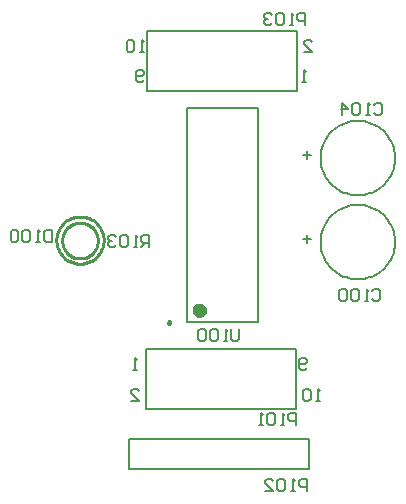
<source format=gbo>
%FSDAX23Y23*%
%MOIN*%
%SFA1B1*%

%IPPOS*%
%ADD17C,0.023600*%
%ADD26C,0.007900*%
%ADD27C,0.010000*%
%ADD28C,0.006100*%
%ADD41C,0.009800*%
%LNsensor_pcb-1*%
%LPD*%
G54D17*
X03003Y02783D02*
D01*
X03003Y02783*
X03002Y02784*
X03002Y02785*
X03002Y02786*
X03002Y02787*
X03002Y02787*
X03001Y02788*
X03001Y02789*
X03000Y02790*
X03000Y02790*
X02999Y02791*
X02999Y02791*
X02998Y02792*
X02997Y02792*
X02997Y02793*
X02996Y02793*
X02995Y02794*
X02994Y02794*
X02994Y02794*
X02993Y02794*
X02992Y02794*
X02991Y02794*
X02990*
X02990Y02794*
X02989Y02794*
X02988Y02794*
X02987Y02794*
X02986Y02794*
X02986Y02793*
X02985Y02793*
X02984Y02792*
X02984Y02792*
X02983Y02791*
X02982Y02791*
X02982Y02790*
X02981Y02790*
X02981Y02789*
X02980Y02788*
X02980Y02787*
X02980Y02787*
X02979Y02786*
X02979Y02785*
X02979Y02784*
X02979Y02783*
X02979Y02783*
X02979Y02782*
X02979Y02781*
X02979Y02780*
X02979Y02779*
X02980Y02779*
X02980Y02778*
X02980Y02777*
X02981Y02776*
X02981Y02776*
X02982Y02775*
X02982Y02774*
X02983Y02774*
X02984Y02773*
X02984Y02773*
X02985Y02772*
X02986Y02772*
X02986Y02772*
X02987Y02771*
X02988Y02771*
X02989Y02771*
X02990Y02771*
X02990Y02771*
X02991*
X02992Y02771*
X02993Y02771*
X02994Y02771*
X02994Y02771*
X02995Y02772*
X02996Y02772*
X02997Y02772*
X02997Y02773*
X02998Y02773*
X02999Y02774*
X02999Y02774*
X03000Y02775*
X03000Y02776*
X03001Y02776*
X03001Y02777*
X03002Y02778*
X03002Y02779*
X03002Y02779*
X03002Y02780*
X03002Y02781*
X03003Y02782*
X03003Y02783*
G54D26*
X03644Y03010D02*
D01*
X03643Y03018*
X03642Y03027*
X03641Y03035*
X03639Y03044*
X03636Y03052*
X03633Y03060*
X03629Y03068*
X03625Y03075*
X03620Y03082*
X03614Y03089*
X03609Y03096*
X03602Y03102*
X03596Y03107*
X03589Y03112*
X03582Y03117*
X03574Y03121*
X03566Y03124*
X03558Y03127*
X03549Y03130*
X03541Y03132*
X03532Y03133*
X03524Y03133*
X03515*
X03507Y03133*
X03498Y03132*
X03490Y03130*
X03481Y03127*
X03473Y03124*
X03465Y03121*
X03458Y03117*
X03450Y03112*
X03443Y03107*
X03437Y03102*
X03430Y03096*
X03425Y03089*
X03419Y03082*
X03414Y03075*
X03410Y03068*
X03406Y03060*
X03403Y03052*
X03400Y03044*
X03398Y03035*
X03397Y03027*
X03396Y03018*
X03396Y03010*
X03396Y03001*
X03397Y02992*
X03398Y02984*
X03400Y02975*
X03403Y02967*
X03406Y02959*
X03410Y02951*
X03414Y02944*
X03419Y02937*
X03425Y02930*
X03430Y02923*
X03437Y02917*
X03443Y02912*
X03450Y02907*
X03458Y02902*
X03465Y02898*
X03473Y02895*
X03481Y02892*
X03490Y02889*
X03498Y02887*
X03507Y02886*
X03515Y02886*
X03524*
X03532Y02886*
X03541Y02887*
X03549Y02889*
X03558Y02892*
X03566Y02895*
X03574Y02898*
X03582Y02902*
X03589Y02907*
X03596Y02912*
X03602Y02917*
X03609Y02923*
X03614Y02930*
X03620Y02937*
X03625Y02944*
X03629Y02951*
X03633Y02959*
X03636Y02967*
X03639Y02975*
X03641Y02984*
X03642Y02992*
X03643Y03001*
X03644Y03010*
Y03290D02*
D01*
X03643Y03298*
X03642Y03307*
X03641Y03315*
X03639Y03324*
X03636Y03332*
X03633Y03340*
X03629Y03348*
X03625Y03355*
X03620Y03362*
X03614Y03369*
X03609Y03376*
X03602Y03382*
X03596Y03387*
X03589Y03392*
X03582Y03397*
X03574Y03401*
X03566Y03404*
X03558Y03407*
X03549Y03410*
X03541Y03412*
X03532Y03413*
X03524Y03413*
X03515*
X03507Y03413*
X03498Y03412*
X03490Y03410*
X03481Y03407*
X03473Y03404*
X03465Y03401*
X03458Y03397*
X03450Y03392*
X03443Y03387*
X03437Y03382*
X03430Y03376*
X03425Y03369*
X03419Y03362*
X03414Y03355*
X03410Y03348*
X03406Y03340*
X03403Y03332*
X03400Y03324*
X03398Y03315*
X03397Y03307*
X03396Y03298*
X03396Y03290*
X03396Y03281*
X03397Y03272*
X03398Y03264*
X03400Y03255*
X03403Y03247*
X03406Y03239*
X03410Y03231*
X03414Y03224*
X03419Y03217*
X03425Y03210*
X03430Y03203*
X03437Y03197*
X03443Y03192*
X03450Y03187*
X03458Y03182*
X03465Y03178*
X03473Y03175*
X03481Y03172*
X03490Y03169*
X03498Y03167*
X03507Y03166*
X03515Y03166*
X03524*
X03532Y03166*
X03541Y03167*
X03549Y03169*
X03558Y03172*
X03566Y03175*
X03574Y03178*
X03582Y03182*
X03589Y03187*
X03596Y03192*
X03602Y03197*
X03609Y03203*
X03614Y03210*
X03620Y03217*
X03625Y03224*
X03629Y03231*
X03633Y03239*
X03636Y03247*
X03639Y03255*
X03641Y03264*
X03642Y03272*
X03643Y03281*
X03644Y03290*
X02818Y03515D02*
X03318D01*
X02818Y03715D02*
X03318D01*
Y03515D02*
Y03715D01*
X02818Y03515D02*
Y03715D01*
X02813Y02653D02*
X03313D01*
X02813Y02453D02*
X03313D01*
X02813D02*
Y02653D01*
X03313Y02453D02*
Y02653D01*
X02758Y02355D02*
X03358D01*
X02758Y02255D02*
X03358D01*
X02758D02*
Y02355D01*
X03358Y02255D02*
Y02355D01*
X02951Y02743D02*
Y03456D01*
X03188Y02743D02*
Y03456D01*
X02951Y02743D02*
X03188D01*
X02951Y03456D02*
X03188D01*
G54D27*
X02653Y03015D02*
D01*
X02652Y03019*
X02652Y03023*
X02651Y03027*
X02650Y03031*
X02649Y03035*
X02647Y03039*
X02646Y03042*
X02644Y03046*
X02641Y03049*
X02639Y03053*
X02636Y03056*
X02633Y03059*
X02630Y03061*
X02627Y03064*
X02623Y03066*
X02619Y03068*
X02616Y03069*
X02612Y03071*
X02608Y03072*
X02604Y03073*
X02600Y03073*
X02596Y03074*
X02591*
X02587Y03073*
X02583Y03073*
X02579Y03072*
X02575Y03071*
X02571Y03069*
X02568Y03068*
X02564Y03066*
X02560Y03064*
X02557Y03061*
X02554Y03059*
X02551Y03056*
X02548Y03053*
X02546Y03049*
X02543Y03046*
X02541Y03042*
X02540Y03039*
X02538Y03035*
X02537Y03031*
X02536Y03027*
X02535Y03023*
X02535Y03019*
X02534Y03015*
X02535Y03010*
X02535Y03006*
X02536Y03002*
X02537Y02998*
X02538Y02994*
X02540Y02991*
X02541Y02987*
X02543Y02983*
X02546Y02980*
X02548Y02977*
X02551Y02974*
X02554Y02971*
X02557Y02968*
X02560Y02966*
X02564Y02963*
X02568Y02961*
X02571Y02960*
X02575Y02958*
X02579Y02957*
X02583Y02956*
X02587Y02956*
X02591Y02956*
X02596*
X02600Y02956*
X02604Y02956*
X02608Y02957*
X02612Y02958*
X02616Y02960*
X02619Y02961*
X02623Y02963*
X02627Y02966*
X02630Y02968*
X02633Y02971*
X02636Y02974*
X02639Y02977*
X02641Y02980*
X02644Y02983*
X02646Y02987*
X02647Y02991*
X02649Y02994*
X02650Y02998*
X02651Y03002*
X02652Y03006*
X02652Y03010*
X02653Y03015*
X02672Y03017D02*
D01*
X02672Y03022*
X02671Y03027*
X02670Y03033*
X02669Y03038*
X02667Y03043*
X02665Y03049*
X02663Y03053*
X02660Y03058*
X02657Y03063*
X02654Y03067*
X02650Y03071*
X02646Y03075*
X02642Y03079*
X02638Y03082*
X02633Y03085*
X02628Y03087*
X02623Y03089*
X02618Y03091*
X02613Y03093*
X02607Y03094*
X02602Y03095*
X02596Y03095*
X02591*
X02585Y03095*
X02580Y03094*
X02574Y03093*
X02569Y03091*
X02564Y03089*
X02559Y03087*
X02554Y03085*
X02549Y03082*
X02545Y03079*
X02541Y03075*
X02537Y03071*
X02533Y03067*
X02530Y03063*
X02527Y03058*
X02524Y03053*
X02522Y03049*
X02520Y03043*
X02518Y03038*
X02517Y03033*
X02516Y03027*
X02515Y03022*
X02515Y03017*
X02515Y03011*
X02516Y03006*
X02517Y03000*
X02518Y02995*
X02520Y02990*
X02522Y02984*
X02524Y02980*
X02527Y02975*
X02530Y02970*
X02533Y02966*
X02537Y02962*
X02541Y02958*
X02545Y02954*
X02549Y02951*
X02554Y02948*
X02559Y02946*
X02564Y02944*
X02569Y02942*
X02574Y02940*
X02580Y02939*
X02585Y02938*
X02591Y02938*
X02596*
X02602Y02938*
X02607Y02939*
X02613Y02940*
X02618Y02942*
X02623Y02944*
X02628Y02946*
X02633Y02948*
X02638Y02951*
X02642Y02954*
X02646Y02958*
X02650Y02962*
X02654Y02966*
X02657Y02970*
X02660Y02975*
X02663Y02980*
X02665Y02984*
X02667Y02990*
X02669Y02995*
X02670Y03000*
X02671Y03006*
X02672Y03011*
X02672Y03017*
G54D28*
X02500Y03049D02*
Y03010D01*
X02480*
X02473Y03016*
Y03042*
X02480Y03049*
X02500*
X02460Y03010D02*
X02447D01*
X02454*
Y03049*
X02460Y03042*
X02427D02*
X02421Y03049D01*
X02408*
X02401Y03042*
Y03016*
X02408Y03010*
X02421*
X02427Y03016*
Y03042*
X02388D02*
X02381Y03049D01*
X02368*
X02362Y03042*
Y03016*
X02368Y03010*
X02381*
X02388Y03016*
Y03042*
X02825Y02995D02*
Y03034D01*
X02805*
X02798Y03027*
Y03014*
X02805Y03008*
X02825*
X02811D02*
X02798Y02995D01*
X02785D02*
X02772D01*
X02779*
Y03034*
X02785Y03027*
X02752D02*
X02746Y03034D01*
X02733*
X02726Y03027*
Y03001*
X02733Y02995*
X02746*
X02752Y03001*
Y03027*
X02713D02*
X02706Y03034D01*
X02693*
X02687Y03027*
Y03021*
X02693Y03014*
X02700*
X02693*
X02687Y03008*
Y03001*
X02693Y02995*
X02706*
X02713Y03001*
X03345Y03734D02*
Y03773D01*
X03325*
X03318Y03766*
Y03753*
X03325Y03747*
X03345*
X03305Y03734D02*
X03292D01*
X03299*
Y03773*
X03305Y03766*
X03272D02*
X03266Y03773D01*
X03253*
X03246Y03766*
Y03740*
X03253Y03734*
X03266*
X03272Y03740*
Y03766*
X03233D02*
X03226Y03773D01*
X03213*
X03207Y03766*
Y03760*
X03213Y03753*
X03220*
X03213*
X03207Y03747*
Y03740*
X03213Y03734*
X03226*
X03233Y03740*
X02808Y03645D02*
X02794D01*
X02801*
Y03684*
X02808Y03677*
X02775D02*
X02768Y03684D01*
X02755*
X02749Y03677*
Y03651*
X02755Y03645*
X02768*
X02775Y03651*
Y03677*
X02808Y03551D02*
X02801Y03545D01*
X02788*
X02781Y03551*
Y03577*
X02788Y03584*
X02801*
X02808Y03577*
Y03571*
X02801Y03564*
X02781*
X03348Y03545D02*
X03334D01*
X03341*
Y03584*
X03348Y03577*
X03341Y03645D02*
X03368D01*
X03341Y03671*
Y03677*
X03348Y03684*
X03361*
X03368Y03677*
X03315Y02400D02*
Y02439D01*
X03295*
X03288Y02432*
Y02419*
X03295Y02413*
X03315*
X03275Y02400D02*
X03262D01*
X03269*
Y02439*
X03275Y02432*
X03242D02*
X03236Y02439D01*
X03223*
X03216Y02432*
Y02406*
X03223Y02400*
X03236*
X03242Y02406*
Y02432*
X03203Y02400D02*
X03190D01*
X03196*
Y02439*
X03203Y02432*
X03395Y02480D02*
X03381D01*
X03388*
Y02519*
X03395Y02512*
X03362D02*
X03355Y02519D01*
X03342*
X03336Y02512*
Y02486*
X03342Y02480*
X03355*
X03362Y02486*
Y02512*
X03350Y02591D02*
X03343Y02585D01*
X03330*
X03323Y02591*
Y02617*
X03330Y02624*
X03343*
X03350Y02617*
Y02611*
X03343Y02604*
X03323*
X02785Y02585D02*
X02771D01*
X02778*
Y02624*
X02785Y02617*
X02763Y02480D02*
X02790D01*
X02763Y02506*
Y02512*
X02770Y02519*
X02783*
X02790Y02512*
X03568Y02847D02*
X03575Y02854D01*
X03588*
X03595Y02847*
Y02821*
X03588Y02815*
X03575*
X03568Y02821*
X03555Y02815D02*
X03542D01*
X03549*
Y02854*
X03555Y02847*
X03522D02*
X03516Y02854D01*
X03503*
X03496Y02847*
Y02821*
X03503Y02815*
X03516*
X03522Y02821*
Y02847*
X03483D02*
X03476Y02854D01*
X03463*
X03457Y02847*
Y02821*
X03463Y02815*
X03476*
X03483Y02821*
Y02847*
X03337Y03019D02*
X03364D01*
X03351Y03006D02*
Y03033D01*
X03573Y03467D02*
X03580Y03474D01*
X03593*
X03600Y03467*
Y03441*
X03593Y03435*
X03580*
X03573Y03441*
X03560Y03435D02*
X03547D01*
X03554*
Y03474*
X03560Y03467*
X03527D02*
X03521Y03474D01*
X03508*
X03501Y03467*
Y03441*
X03508Y03435*
X03521*
X03527Y03441*
Y03467*
X03468Y03435D02*
Y03474D01*
X03488Y03454*
X03462*
X03337Y03299D02*
X03364D01*
X03351Y03286D02*
Y03313D01*
X03349Y02180D02*
Y02219D01*
X03329*
X03322Y02212*
Y02199*
X03329Y02193*
X03349*
X03309Y02180D02*
X03296D01*
X03303*
Y02219*
X03309Y02212*
X03276D02*
X03270Y02219D01*
X03257*
X03250Y02212*
Y02186*
X03257Y02180*
X03270*
X03276Y02186*
Y02212*
X03211Y02180D02*
X03237D01*
X03211Y02206*
Y02212*
X03217Y02219*
X03230*
X03237Y02212*
X03125Y02719D02*
Y02686D01*
X03118Y02680*
X03105*
X03098Y02686*
Y02719*
X03085Y02680D02*
X03072D01*
X03079*
Y02719*
X03085Y02712*
X03052D02*
X03046Y02719D01*
X03033*
X03026Y02712*
Y02686*
X03033Y02680*
X03046*
X03052Y02686*
Y02712*
X03013D02*
X03006Y02719D01*
X02993*
X02987Y02712*
Y02686*
X02993Y02680*
X03006*
X03013Y02686*
Y02712*
G54D41*
X02895Y02741D02*
D01*
X02895Y02741*
X02895Y02742*
X02895Y02742*
X02895Y02742*
X02895Y02743*
X02895Y02743*
X02895Y02743*
X02895Y02744*
X02894Y02744*
X02894Y02744*
X02894Y02744*
X02894Y02745*
X02893Y02745*
X02893Y02745*
X02893Y02745*
X02893Y02745*
X02892Y02746*
X02892Y02746*
X02892Y02746*
X02891Y02746*
X02891Y02746*
X02891Y02746*
X02890*
X02890Y02746*
X02890Y02746*
X02889Y02746*
X02889Y02746*
X02889Y02746*
X02888Y02745*
X02888Y02745*
X02888Y02745*
X02887Y02745*
X02887Y02745*
X02887Y02744*
X02887Y02744*
X02886Y02744*
X02886Y02744*
X02886Y02743*
X02886Y02743*
X02886Y02743*
X02886Y02742*
X02886Y02742*
X02886Y02742*
X02886Y02741*
X02886Y02741*
X02886Y02741*
X02886Y02740*
X02886Y02740*
X02886Y02740*
X02886Y02739*
X02886Y02739*
X02886Y02739*
X02886Y02738*
X02886Y02738*
X02887Y02738*
X02887Y02738*
X02887Y02737*
X02887Y02737*
X02888Y02737*
X02888Y02737*
X02888Y02737*
X02889Y02736*
X02889Y02736*
X02889Y02736*
X02890Y02736*
X02890Y02736*
X02890Y02736*
X02891*
X02891Y02736*
X02891Y02736*
X02892Y02736*
X02892Y02736*
X02892Y02736*
X02893Y02737*
X02893Y02737*
X02893Y02737*
X02893Y02737*
X02894Y02737*
X02894Y02738*
X02894Y02738*
X02894Y02738*
X02895Y02738*
X02895Y02739*
X02895Y02739*
X02895Y02739*
X02895Y02740*
X02895Y02740*
X02895Y02740*
X02895Y02741*
X02895Y02741*
M02*
</source>
